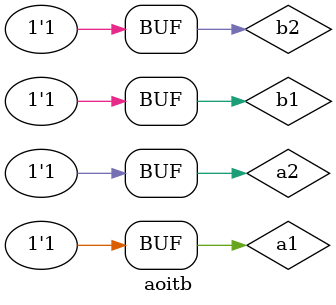
<source format=v>
module aoitb;
reg a1,a2,b1,b2;
wire o;
Aoi go(a1,a2,b1,b2,o);
initial begin
{a1,a2,b1,b2} =4'b0000;
#100 {a1,a2,b1,b2} =4'b0001;
#100 {a1,a2,b1,b2} =4'b0010;
#100 {a1,a2,b1,b2} =4'b0011;
#100 {a1,a2,b1,b2} =4'b0100;
#100 {a1,a2,b1,b2} =4'b0101;
#100 {a1,a2,b1,b2} =4'b0110;
#100 {a1,a2,b1,b2} =4'b0111;
#100 {a1,a2,b1,b2} =4'b1000;
#100 {a1,a2,b1,b2} =4'b1001;
#100 {a1,a2,b1,b2} =4'b1010;
#100 {a1,a2,b1,b2} =4'b1011;
#100 {a1,a2,b1,b2} =4'b1100;
#100 {a1,a2,b1,b2} =4'b1101;
#100 {a1,a2,b1,b2} =4'b1110;
#100 {a1,a2,b1,b2} =4'b1111;
end
endmodule
 
</source>
